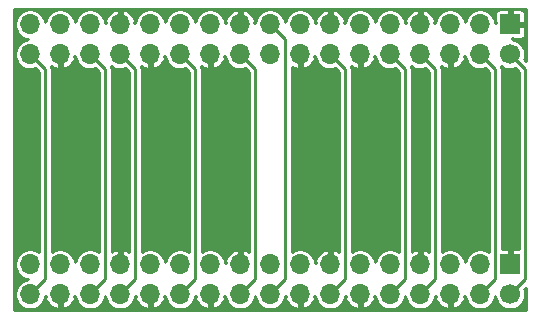
<source format=gbr>
%TF.GenerationSoftware,KiCad,Pcbnew,(5.1.6)-1*%
%TF.CreationDate,2022-09-20T10:12:05-04:00*%
%TF.ProjectId,3dfx-sli-1slot,33646678-2d73-46c6-992d-31736c6f742e,rev?*%
%TF.SameCoordinates,Original*%
%TF.FileFunction,Copper,L2,Inr*%
%TF.FilePolarity,Positive*%
%FSLAX46Y46*%
G04 Gerber Fmt 4.6, Leading zero omitted, Abs format (unit mm)*
G04 Created by KiCad (PCBNEW (5.1.6)-1) date 2022-09-20 10:12:05*
%MOMM*%
%LPD*%
G01*
G04 APERTURE LIST*
%TA.AperFunction,ViaPad*%
%ADD10C,1.700000*%
%TD*%
%TA.AperFunction,ViaPad*%
%ADD11R,1.700000X1.700000*%
%TD*%
%TA.AperFunction,ViaPad*%
%ADD12O,1.700000X1.700000*%
%TD*%
%TA.AperFunction,Conductor*%
%ADD13C,0.250000*%
%TD*%
%TA.AperFunction,Conductor*%
%ADD14C,0.254000*%
%TD*%
G04 APERTURE END LIST*
D10*
%TO.N,2*%
%TO.C,J1*%
X171958000Y-109601000D03*
D11*
%TO.N,GND*%
X171958000Y-107061000D03*
D12*
%TO.N,4*%
X169418000Y-109601000D03*
%TO.N,3*%
X169418000Y-107061000D03*
%TO.N,GND*%
X166878000Y-109601000D03*
%TO.N,5*%
X166878000Y-107061000D03*
%TO.N,8*%
X164338000Y-109601000D03*
%TO.N,GND*%
X164338000Y-107061000D03*
%TO.N,10*%
X161798000Y-109601000D03*
%TO.N,9*%
X161798000Y-107061000D03*
%TO.N,GND*%
X159258000Y-109601000D03*
%TO.N,11*%
X159258000Y-107061000D03*
%TO.N,14*%
X156718000Y-109601000D03*
%TO.N,GND*%
X156718000Y-107061000D03*
X154178000Y-109601000D03*
%TO.N,15*%
X154178000Y-107061000D03*
%TO.N,18*%
X151638000Y-109601000D03*
%TO.N,17*%
X151638000Y-107061000D03*
%TO.N,20*%
X149098000Y-109601000D03*
%TO.N,GND*%
X149098000Y-107061000D03*
X146558000Y-109601000D03*
%TO.N,21*%
X146558000Y-107061000D03*
%TO.N,24*%
X144018000Y-109601000D03*
%TO.N,23*%
X144018000Y-107061000D03*
%TO.N,GND*%
X141478000Y-109601000D03*
%TO.N,25*%
X141478000Y-107061000D03*
%TO.N,28*%
X138938000Y-109601000D03*
%TO.N,GND*%
X138938000Y-107061000D03*
%TO.N,30*%
X136398000Y-109601000D03*
%TO.N,29*%
X136398000Y-107061000D03*
%TO.N,GND*%
X133858000Y-109601000D03*
%TO.N,31*%
X133858000Y-107061000D03*
%TO.N,34*%
X131318000Y-109601000D03*
%TO.N,33*%
X131318000Y-107061000D03*
%TD*%
%TO.N,33*%
%TO.C,J2*%
X131318000Y-86741000D03*
%TO.N,34*%
X131318000Y-89281000D03*
%TO.N,31*%
X133858000Y-86741000D03*
%TO.N,GND*%
X133858000Y-89281000D03*
%TO.N,29*%
X136398000Y-86741000D03*
%TO.N,30*%
X136398000Y-89281000D03*
%TO.N,GND*%
X138938000Y-86741000D03*
%TO.N,28*%
X138938000Y-89281000D03*
%TO.N,25*%
X141478000Y-86741000D03*
%TO.N,GND*%
X141478000Y-89281000D03*
%TO.N,23*%
X144018000Y-86741000D03*
%TO.N,24*%
X144018000Y-89281000D03*
%TO.N,21*%
X146558000Y-86741000D03*
%TO.N,GND*%
X146558000Y-89281000D03*
X149098000Y-86741000D03*
%TO.N,20*%
X149098000Y-89281000D03*
%TO.N,18*%
X151638000Y-86741000D03*
%TO.N,17*%
X151638000Y-89281000D03*
%TO.N,15*%
X154178000Y-86741000D03*
%TO.N,GND*%
X154178000Y-89281000D03*
X156718000Y-86741000D03*
%TO.N,14*%
X156718000Y-89281000D03*
%TO.N,11*%
X159258000Y-86741000D03*
%TO.N,GND*%
X159258000Y-89281000D03*
%TO.N,9*%
X161798000Y-86741000D03*
%TO.N,10*%
X161798000Y-89281000D03*
%TO.N,GND*%
X164338000Y-86741000D03*
%TO.N,8*%
X164338000Y-89281000D03*
%TO.N,5*%
X166878000Y-86741000D03*
%TO.N,GND*%
X166878000Y-89281000D03*
%TO.N,3*%
X169418000Y-86741000D03*
%TO.N,4*%
X169418000Y-89281000D03*
D11*
%TO.N,GND*%
X171958000Y-86741000D03*
D10*
%TO.N,2*%
X171958000Y-89281000D03*
%TD*%
D13*
%TO.N,2*%
X171958000Y-89281000D02*
X173228000Y-90551000D01*
X173228000Y-108331000D02*
X171958000Y-109601000D01*
X173228000Y-90551000D02*
X173228000Y-108331000D01*
%TO.N,4*%
X170688000Y-108331000D02*
X169418000Y-109601000D01*
X169418000Y-89281000D02*
X170688000Y-90551000D01*
X170688000Y-90551000D02*
X170688000Y-108331000D01*
%TO.N,8*%
X164338000Y-109601000D02*
X165608000Y-108331000D01*
X165608000Y-90551000D02*
X164338000Y-89281000D01*
X165608000Y-108331000D02*
X165608000Y-90551000D01*
%TO.N,10*%
X161798000Y-109601000D02*
X163068000Y-108331000D01*
X163068000Y-90551000D02*
X161798000Y-89281000D01*
X163068000Y-108331000D02*
X163068000Y-90551000D01*
%TO.N,14*%
X156718000Y-109601000D02*
X157988000Y-108331000D01*
X157988000Y-90551000D02*
X156718000Y-89281000D01*
X157988000Y-108331000D02*
X157988000Y-90551000D01*
%TO.N,18*%
X151638000Y-109601000D02*
X152908000Y-108331000D01*
X152908000Y-88011000D02*
X151638000Y-86741000D01*
X152908000Y-108331000D02*
X152908000Y-88011000D01*
%TO.N,20*%
X149098000Y-109601000D02*
X150368000Y-108331000D01*
X150368000Y-90551000D02*
X149098000Y-89281000D01*
X150368000Y-108331000D02*
X150368000Y-90551000D01*
%TO.N,24*%
X144018000Y-109601000D02*
X145288000Y-108331000D01*
X145288000Y-90551000D02*
X144018000Y-89281000D01*
X145288000Y-108331000D02*
X145288000Y-90551000D01*
%TO.N,28*%
X138938000Y-109601000D02*
X140208000Y-108331000D01*
X140208000Y-90551000D02*
X138938000Y-89281000D01*
X140208000Y-108331000D02*
X140208000Y-90551000D01*
%TO.N,30*%
X136398000Y-109601000D02*
X137668000Y-108331000D01*
X137668000Y-90551000D02*
X136398000Y-89281000D01*
X137668000Y-108331000D02*
X137668000Y-90551000D01*
%TO.N,34*%
X131318000Y-109601000D02*
X132588000Y-108331000D01*
X132588000Y-90551000D02*
X131318000Y-89281000D01*
X132588000Y-108331000D02*
X132588000Y-90551000D01*
%TD*%
D14*
%TO.N,GND*%
G36*
X173284000Y-89826355D02*
G01*
X173164019Y-89706374D01*
X173185926Y-89653487D01*
X173235000Y-89406774D01*
X173235000Y-89155226D01*
X173185926Y-88908513D01*
X173089663Y-88676114D01*
X172949911Y-88466960D01*
X172772040Y-88289089D01*
X172562886Y-88149337D01*
X172330487Y-88053074D01*
X172085002Y-88004244D01*
X172085002Y-87911252D01*
X172191750Y-88018000D01*
X172808000Y-88020066D01*
X172891707Y-88011822D01*
X172972196Y-87987405D01*
X173046376Y-87947755D01*
X173111395Y-87894395D01*
X173164755Y-87829376D01*
X173204405Y-87755196D01*
X173228822Y-87674707D01*
X173237066Y-87591000D01*
X173235000Y-86974750D01*
X173128250Y-86868000D01*
X172085000Y-86868000D01*
X172085000Y-86888000D01*
X171831000Y-86888000D01*
X171831000Y-86868000D01*
X171811000Y-86868000D01*
X171811000Y-86614000D01*
X171831000Y-86614000D01*
X171831000Y-85570750D01*
X172085000Y-85570750D01*
X172085000Y-86614000D01*
X173128250Y-86614000D01*
X173235000Y-86507250D01*
X173237066Y-85891000D01*
X173228822Y-85807293D01*
X173204405Y-85726804D01*
X173164755Y-85652624D01*
X173111395Y-85587605D01*
X173046376Y-85534245D01*
X172972196Y-85494595D01*
X172891707Y-85470178D01*
X172808000Y-85461934D01*
X172191750Y-85464000D01*
X172085000Y-85570750D01*
X171831000Y-85570750D01*
X171724250Y-85464000D01*
X171108000Y-85461934D01*
X171024293Y-85470178D01*
X170943804Y-85494595D01*
X170869624Y-85534245D01*
X170804605Y-85587605D01*
X170751245Y-85652624D01*
X170711595Y-85726804D01*
X170687178Y-85807293D01*
X170678934Y-85891000D01*
X170681000Y-86507250D01*
X170787748Y-86613998D01*
X170694756Y-86613998D01*
X170645926Y-86368513D01*
X170549663Y-86136114D01*
X170409911Y-85926960D01*
X170232040Y-85749089D01*
X170022886Y-85609337D01*
X169790487Y-85513074D01*
X169543774Y-85464000D01*
X169292226Y-85464000D01*
X169045513Y-85513074D01*
X168813114Y-85609337D01*
X168603960Y-85749089D01*
X168426089Y-85926960D01*
X168286337Y-86136114D01*
X168190074Y-86368513D01*
X168148000Y-86580034D01*
X168105926Y-86368513D01*
X168009663Y-86136114D01*
X167869911Y-85926960D01*
X167692040Y-85749089D01*
X167482886Y-85609337D01*
X167250487Y-85513074D01*
X167003774Y-85464000D01*
X166752226Y-85464000D01*
X166505513Y-85513074D01*
X166273114Y-85609337D01*
X166063960Y-85749089D01*
X165886089Y-85926960D01*
X165746337Y-86136114D01*
X165650074Y-86368513D01*
X165601244Y-86613998D01*
X165501926Y-86613998D01*
X165573164Y-86416786D01*
X165486180Y-86182047D01*
X165355072Y-85968788D01*
X165184878Y-85785205D01*
X164982139Y-85638353D01*
X164754646Y-85533875D01*
X164662213Y-85505842D01*
X164465000Y-85577662D01*
X164465000Y-86614000D01*
X164485000Y-86614000D01*
X164485000Y-86868000D01*
X164465000Y-86868000D01*
X164465000Y-86888000D01*
X164211000Y-86888000D01*
X164211000Y-86868000D01*
X164191000Y-86868000D01*
X164191000Y-86614000D01*
X164211000Y-86614000D01*
X164211000Y-85577662D01*
X164013787Y-85505842D01*
X163921354Y-85533875D01*
X163693861Y-85638353D01*
X163491122Y-85785205D01*
X163320928Y-85968788D01*
X163189820Y-86182047D01*
X163102836Y-86416786D01*
X163174074Y-86613998D01*
X163074756Y-86613998D01*
X163025926Y-86368513D01*
X162929663Y-86136114D01*
X162789911Y-85926960D01*
X162612040Y-85749089D01*
X162402886Y-85609337D01*
X162170487Y-85513074D01*
X161923774Y-85464000D01*
X161672226Y-85464000D01*
X161425513Y-85513074D01*
X161193114Y-85609337D01*
X160983960Y-85749089D01*
X160806089Y-85926960D01*
X160666337Y-86136114D01*
X160570074Y-86368513D01*
X160528000Y-86580034D01*
X160485926Y-86368513D01*
X160389663Y-86136114D01*
X160249911Y-85926960D01*
X160072040Y-85749089D01*
X159862886Y-85609337D01*
X159630487Y-85513074D01*
X159383774Y-85464000D01*
X159132226Y-85464000D01*
X158885513Y-85513074D01*
X158653114Y-85609337D01*
X158443960Y-85749089D01*
X158266089Y-85926960D01*
X158126337Y-86136114D01*
X158030074Y-86368513D01*
X157981244Y-86613998D01*
X157881926Y-86613998D01*
X157953164Y-86416786D01*
X157866180Y-86182047D01*
X157735072Y-85968788D01*
X157564878Y-85785205D01*
X157362139Y-85638353D01*
X157134646Y-85533875D01*
X157042213Y-85505842D01*
X156845000Y-85577662D01*
X156845000Y-86614000D01*
X156865000Y-86614000D01*
X156865000Y-86868000D01*
X156845000Y-86868000D01*
X156845000Y-86888000D01*
X156591000Y-86888000D01*
X156591000Y-86868000D01*
X156571000Y-86868000D01*
X156571000Y-86614000D01*
X156591000Y-86614000D01*
X156591000Y-85577662D01*
X156393787Y-85505842D01*
X156301354Y-85533875D01*
X156073861Y-85638353D01*
X155871122Y-85785205D01*
X155700928Y-85968788D01*
X155569820Y-86182047D01*
X155482836Y-86416786D01*
X155554074Y-86613998D01*
X155454756Y-86613998D01*
X155405926Y-86368513D01*
X155309663Y-86136114D01*
X155169911Y-85926960D01*
X154992040Y-85749089D01*
X154782886Y-85609337D01*
X154550487Y-85513074D01*
X154303774Y-85464000D01*
X154052226Y-85464000D01*
X153805513Y-85513074D01*
X153573114Y-85609337D01*
X153363960Y-85749089D01*
X153186089Y-85926960D01*
X153046337Y-86136114D01*
X152950074Y-86368513D01*
X152908000Y-86580034D01*
X152865926Y-86368513D01*
X152769663Y-86136114D01*
X152629911Y-85926960D01*
X152452040Y-85749089D01*
X152242886Y-85609337D01*
X152010487Y-85513074D01*
X151763774Y-85464000D01*
X151512226Y-85464000D01*
X151265513Y-85513074D01*
X151033114Y-85609337D01*
X150823960Y-85749089D01*
X150646089Y-85926960D01*
X150506337Y-86136114D01*
X150410074Y-86368513D01*
X150361244Y-86613998D01*
X150261926Y-86613998D01*
X150333164Y-86416786D01*
X150246180Y-86182047D01*
X150115072Y-85968788D01*
X149944878Y-85785205D01*
X149742139Y-85638353D01*
X149514646Y-85533875D01*
X149422213Y-85505842D01*
X149225000Y-85577662D01*
X149225000Y-86614000D01*
X149245000Y-86614000D01*
X149245000Y-86868000D01*
X149225000Y-86868000D01*
X149225000Y-86888000D01*
X148971000Y-86888000D01*
X148971000Y-86868000D01*
X148951000Y-86868000D01*
X148951000Y-86614000D01*
X148971000Y-86614000D01*
X148971000Y-85577662D01*
X148773787Y-85505842D01*
X148681354Y-85533875D01*
X148453861Y-85638353D01*
X148251122Y-85785205D01*
X148080928Y-85968788D01*
X147949820Y-86182047D01*
X147862836Y-86416786D01*
X147934074Y-86613998D01*
X147834756Y-86613998D01*
X147785926Y-86368513D01*
X147689663Y-86136114D01*
X147549911Y-85926960D01*
X147372040Y-85749089D01*
X147162886Y-85609337D01*
X146930487Y-85513074D01*
X146683774Y-85464000D01*
X146432226Y-85464000D01*
X146185513Y-85513074D01*
X145953114Y-85609337D01*
X145743960Y-85749089D01*
X145566089Y-85926960D01*
X145426337Y-86136114D01*
X145330074Y-86368513D01*
X145288000Y-86580034D01*
X145245926Y-86368513D01*
X145149663Y-86136114D01*
X145009911Y-85926960D01*
X144832040Y-85749089D01*
X144622886Y-85609337D01*
X144390487Y-85513074D01*
X144143774Y-85464000D01*
X143892226Y-85464000D01*
X143645513Y-85513074D01*
X143413114Y-85609337D01*
X143203960Y-85749089D01*
X143026089Y-85926960D01*
X142886337Y-86136114D01*
X142790074Y-86368513D01*
X142748000Y-86580034D01*
X142705926Y-86368513D01*
X142609663Y-86136114D01*
X142469911Y-85926960D01*
X142292040Y-85749089D01*
X142082886Y-85609337D01*
X141850487Y-85513074D01*
X141603774Y-85464000D01*
X141352226Y-85464000D01*
X141105513Y-85513074D01*
X140873114Y-85609337D01*
X140663960Y-85749089D01*
X140486089Y-85926960D01*
X140346337Y-86136114D01*
X140250074Y-86368513D01*
X140201244Y-86613998D01*
X140101926Y-86613998D01*
X140173164Y-86416786D01*
X140086180Y-86182047D01*
X139955072Y-85968788D01*
X139784878Y-85785205D01*
X139582139Y-85638353D01*
X139354646Y-85533875D01*
X139262213Y-85505842D01*
X139065000Y-85577662D01*
X139065000Y-86614000D01*
X139085000Y-86614000D01*
X139085000Y-86868000D01*
X139065000Y-86868000D01*
X139065000Y-86888000D01*
X138811000Y-86888000D01*
X138811000Y-86868000D01*
X138791000Y-86868000D01*
X138791000Y-86614000D01*
X138811000Y-86614000D01*
X138811000Y-85577662D01*
X138613787Y-85505842D01*
X138521354Y-85533875D01*
X138293861Y-85638353D01*
X138091122Y-85785205D01*
X137920928Y-85968788D01*
X137789820Y-86182047D01*
X137702836Y-86416786D01*
X137774074Y-86613998D01*
X137674756Y-86613998D01*
X137625926Y-86368513D01*
X137529663Y-86136114D01*
X137389911Y-85926960D01*
X137212040Y-85749089D01*
X137002886Y-85609337D01*
X136770487Y-85513074D01*
X136523774Y-85464000D01*
X136272226Y-85464000D01*
X136025513Y-85513074D01*
X135793114Y-85609337D01*
X135583960Y-85749089D01*
X135406089Y-85926960D01*
X135266337Y-86136114D01*
X135170074Y-86368513D01*
X135128000Y-86580034D01*
X135085926Y-86368513D01*
X134989663Y-86136114D01*
X134849911Y-85926960D01*
X134672040Y-85749089D01*
X134462886Y-85609337D01*
X134230487Y-85513074D01*
X133983774Y-85464000D01*
X133732226Y-85464000D01*
X133485513Y-85513074D01*
X133253114Y-85609337D01*
X133043960Y-85749089D01*
X132866089Y-85926960D01*
X132726337Y-86136114D01*
X132630074Y-86368513D01*
X132588000Y-86580034D01*
X132545926Y-86368513D01*
X132449663Y-86136114D01*
X132309911Y-85926960D01*
X132132040Y-85749089D01*
X131922886Y-85609337D01*
X131690487Y-85513074D01*
X131443774Y-85464000D01*
X131192226Y-85464000D01*
X130945513Y-85513074D01*
X130713114Y-85609337D01*
X130503960Y-85749089D01*
X130326089Y-85926960D01*
X130186337Y-86136114D01*
X130090074Y-86368513D01*
X130041000Y-86615226D01*
X130041000Y-86866774D01*
X130090074Y-87113487D01*
X130186337Y-87345886D01*
X130326089Y-87555040D01*
X130503960Y-87732911D01*
X130713114Y-87872663D01*
X130945513Y-87968926D01*
X131157034Y-88011000D01*
X130945513Y-88053074D01*
X130713114Y-88149337D01*
X130503960Y-88289089D01*
X130326089Y-88466960D01*
X130186337Y-88676114D01*
X130090074Y-88908513D01*
X130041000Y-89155226D01*
X130041000Y-89406774D01*
X130090074Y-89653487D01*
X130186337Y-89885886D01*
X130326089Y-90095040D01*
X130503960Y-90272911D01*
X130713114Y-90412663D01*
X130945513Y-90508926D01*
X131192226Y-90558000D01*
X131443774Y-90558000D01*
X131690487Y-90508926D01*
X131743374Y-90487019D01*
X132036001Y-90779647D01*
X132036000Y-106004917D01*
X131922886Y-105929337D01*
X131690487Y-105833074D01*
X131443774Y-105784000D01*
X131192226Y-105784000D01*
X130945513Y-105833074D01*
X130713114Y-105929337D01*
X130503960Y-106069089D01*
X130326089Y-106246960D01*
X130186337Y-106456114D01*
X130090074Y-106688513D01*
X130041000Y-106935226D01*
X130041000Y-107186774D01*
X130090074Y-107433487D01*
X130186337Y-107665886D01*
X130326089Y-107875040D01*
X130503960Y-108052911D01*
X130713114Y-108192663D01*
X130945513Y-108288926D01*
X131157034Y-108331000D01*
X130945513Y-108373074D01*
X130713114Y-108469337D01*
X130503960Y-108609089D01*
X130326089Y-108786960D01*
X130186337Y-108996114D01*
X130090074Y-109228513D01*
X130041000Y-109475226D01*
X130041000Y-109726774D01*
X130090074Y-109973487D01*
X130186337Y-110205886D01*
X130326089Y-110415040D01*
X130503960Y-110592911D01*
X130713114Y-110732663D01*
X130945513Y-110828926D01*
X131192226Y-110878000D01*
X131443774Y-110878000D01*
X131690487Y-110828926D01*
X131922886Y-110732663D01*
X132132040Y-110592911D01*
X132309911Y-110415040D01*
X132449663Y-110205886D01*
X132545926Y-109973487D01*
X132594756Y-109728002D01*
X132694074Y-109728002D01*
X132622836Y-109925214D01*
X132709820Y-110159953D01*
X132840928Y-110373212D01*
X133011122Y-110556795D01*
X133213861Y-110703647D01*
X133441354Y-110808125D01*
X133533787Y-110836158D01*
X133731000Y-110764338D01*
X133731000Y-109728000D01*
X133711000Y-109728000D01*
X133711000Y-109474000D01*
X133731000Y-109474000D01*
X133731000Y-109454000D01*
X133985000Y-109454000D01*
X133985000Y-109474000D01*
X134005000Y-109474000D01*
X134005000Y-109728000D01*
X133985000Y-109728000D01*
X133985000Y-110764338D01*
X134182213Y-110836158D01*
X134274646Y-110808125D01*
X134502139Y-110703647D01*
X134704878Y-110556795D01*
X134875072Y-110373212D01*
X135006180Y-110159953D01*
X135093164Y-109925214D01*
X135021926Y-109728002D01*
X135121244Y-109728002D01*
X135170074Y-109973487D01*
X135266337Y-110205886D01*
X135406089Y-110415040D01*
X135583960Y-110592911D01*
X135793114Y-110732663D01*
X136025513Y-110828926D01*
X136272226Y-110878000D01*
X136523774Y-110878000D01*
X136770487Y-110828926D01*
X137002886Y-110732663D01*
X137212040Y-110592911D01*
X137389911Y-110415040D01*
X137529663Y-110205886D01*
X137625926Y-109973487D01*
X137668000Y-109761966D01*
X137710074Y-109973487D01*
X137806337Y-110205886D01*
X137946089Y-110415040D01*
X138123960Y-110592911D01*
X138333114Y-110732663D01*
X138565513Y-110828926D01*
X138812226Y-110878000D01*
X139063774Y-110878000D01*
X139310487Y-110828926D01*
X139542886Y-110732663D01*
X139752040Y-110592911D01*
X139929911Y-110415040D01*
X140069663Y-110205886D01*
X140165926Y-109973487D01*
X140214756Y-109728002D01*
X140314074Y-109728002D01*
X140242836Y-109925214D01*
X140329820Y-110159953D01*
X140460928Y-110373212D01*
X140631122Y-110556795D01*
X140833861Y-110703647D01*
X141061354Y-110808125D01*
X141153787Y-110836158D01*
X141351000Y-110764338D01*
X141351000Y-109728000D01*
X141331000Y-109728000D01*
X141331000Y-109474000D01*
X141351000Y-109474000D01*
X141351000Y-109454000D01*
X141605000Y-109454000D01*
X141605000Y-109474000D01*
X141625000Y-109474000D01*
X141625000Y-109728000D01*
X141605000Y-109728000D01*
X141605000Y-110764338D01*
X141802213Y-110836158D01*
X141894646Y-110808125D01*
X142122139Y-110703647D01*
X142324878Y-110556795D01*
X142495072Y-110373212D01*
X142626180Y-110159953D01*
X142713164Y-109925214D01*
X142641926Y-109728002D01*
X142741244Y-109728002D01*
X142790074Y-109973487D01*
X142886337Y-110205886D01*
X143026089Y-110415040D01*
X143203960Y-110592911D01*
X143413114Y-110732663D01*
X143645513Y-110828926D01*
X143892226Y-110878000D01*
X144143774Y-110878000D01*
X144390487Y-110828926D01*
X144622886Y-110732663D01*
X144832040Y-110592911D01*
X145009911Y-110415040D01*
X145149663Y-110205886D01*
X145245926Y-109973487D01*
X145294756Y-109728002D01*
X145394074Y-109728002D01*
X145322836Y-109925214D01*
X145409820Y-110159953D01*
X145540928Y-110373212D01*
X145711122Y-110556795D01*
X145913861Y-110703647D01*
X146141354Y-110808125D01*
X146233787Y-110836158D01*
X146431000Y-110764338D01*
X146431000Y-109728000D01*
X146411000Y-109728000D01*
X146411000Y-109474000D01*
X146431000Y-109474000D01*
X146431000Y-109454000D01*
X146685000Y-109454000D01*
X146685000Y-109474000D01*
X146705000Y-109474000D01*
X146705000Y-109728000D01*
X146685000Y-109728000D01*
X146685000Y-110764338D01*
X146882213Y-110836158D01*
X146974646Y-110808125D01*
X147202139Y-110703647D01*
X147404878Y-110556795D01*
X147575072Y-110373212D01*
X147706180Y-110159953D01*
X147793164Y-109925214D01*
X147721926Y-109728002D01*
X147821244Y-109728002D01*
X147870074Y-109973487D01*
X147966337Y-110205886D01*
X148106089Y-110415040D01*
X148283960Y-110592911D01*
X148493114Y-110732663D01*
X148725513Y-110828926D01*
X148972226Y-110878000D01*
X149223774Y-110878000D01*
X149470487Y-110828926D01*
X149702886Y-110732663D01*
X149912040Y-110592911D01*
X150089911Y-110415040D01*
X150229663Y-110205886D01*
X150325926Y-109973487D01*
X150368000Y-109761966D01*
X150410074Y-109973487D01*
X150506337Y-110205886D01*
X150646089Y-110415040D01*
X150823960Y-110592911D01*
X151033114Y-110732663D01*
X151265513Y-110828926D01*
X151512226Y-110878000D01*
X151763774Y-110878000D01*
X152010487Y-110828926D01*
X152242886Y-110732663D01*
X152452040Y-110592911D01*
X152629911Y-110415040D01*
X152769663Y-110205886D01*
X152865926Y-109973487D01*
X152914756Y-109728002D01*
X153014074Y-109728002D01*
X152942836Y-109925214D01*
X153029820Y-110159953D01*
X153160928Y-110373212D01*
X153331122Y-110556795D01*
X153533861Y-110703647D01*
X153761354Y-110808125D01*
X153853787Y-110836158D01*
X154051000Y-110764338D01*
X154051000Y-109728000D01*
X154031000Y-109728000D01*
X154031000Y-109474000D01*
X154051000Y-109474000D01*
X154051000Y-109454000D01*
X154305000Y-109454000D01*
X154305000Y-109474000D01*
X154325000Y-109474000D01*
X154325000Y-109728000D01*
X154305000Y-109728000D01*
X154305000Y-110764338D01*
X154502213Y-110836158D01*
X154594646Y-110808125D01*
X154822139Y-110703647D01*
X155024878Y-110556795D01*
X155195072Y-110373212D01*
X155326180Y-110159953D01*
X155413164Y-109925214D01*
X155341926Y-109728002D01*
X155441244Y-109728002D01*
X155490074Y-109973487D01*
X155586337Y-110205886D01*
X155726089Y-110415040D01*
X155903960Y-110592911D01*
X156113114Y-110732663D01*
X156345513Y-110828926D01*
X156592226Y-110878000D01*
X156843774Y-110878000D01*
X157090487Y-110828926D01*
X157322886Y-110732663D01*
X157532040Y-110592911D01*
X157709911Y-110415040D01*
X157849663Y-110205886D01*
X157945926Y-109973487D01*
X157994756Y-109728002D01*
X158094074Y-109728002D01*
X158022836Y-109925214D01*
X158109820Y-110159953D01*
X158240928Y-110373212D01*
X158411122Y-110556795D01*
X158613861Y-110703647D01*
X158841354Y-110808125D01*
X158933787Y-110836158D01*
X159131000Y-110764338D01*
X159131000Y-109728000D01*
X159111000Y-109728000D01*
X159111000Y-109474000D01*
X159131000Y-109474000D01*
X159131000Y-109454000D01*
X159385000Y-109454000D01*
X159385000Y-109474000D01*
X159405000Y-109474000D01*
X159405000Y-109728000D01*
X159385000Y-109728000D01*
X159385000Y-110764338D01*
X159582213Y-110836158D01*
X159674646Y-110808125D01*
X159902139Y-110703647D01*
X160104878Y-110556795D01*
X160275072Y-110373212D01*
X160406180Y-110159953D01*
X160493164Y-109925214D01*
X160421926Y-109728002D01*
X160521244Y-109728002D01*
X160570074Y-109973487D01*
X160666337Y-110205886D01*
X160806089Y-110415040D01*
X160983960Y-110592911D01*
X161193114Y-110732663D01*
X161425513Y-110828926D01*
X161672226Y-110878000D01*
X161923774Y-110878000D01*
X162170487Y-110828926D01*
X162402886Y-110732663D01*
X162612040Y-110592911D01*
X162789911Y-110415040D01*
X162929663Y-110205886D01*
X163025926Y-109973487D01*
X163068000Y-109761966D01*
X163110074Y-109973487D01*
X163206337Y-110205886D01*
X163346089Y-110415040D01*
X163523960Y-110592911D01*
X163733114Y-110732663D01*
X163965513Y-110828926D01*
X164212226Y-110878000D01*
X164463774Y-110878000D01*
X164710487Y-110828926D01*
X164942886Y-110732663D01*
X165152040Y-110592911D01*
X165329911Y-110415040D01*
X165469663Y-110205886D01*
X165565926Y-109973487D01*
X165614756Y-109728002D01*
X165714074Y-109728002D01*
X165642836Y-109925214D01*
X165729820Y-110159953D01*
X165860928Y-110373212D01*
X166031122Y-110556795D01*
X166233861Y-110703647D01*
X166461354Y-110808125D01*
X166553787Y-110836158D01*
X166751000Y-110764338D01*
X166751000Y-109728000D01*
X166731000Y-109728000D01*
X166731000Y-109474000D01*
X166751000Y-109474000D01*
X166751000Y-109454000D01*
X167005000Y-109454000D01*
X167005000Y-109474000D01*
X167025000Y-109474000D01*
X167025000Y-109728000D01*
X167005000Y-109728000D01*
X167005000Y-110764338D01*
X167202213Y-110836158D01*
X167294646Y-110808125D01*
X167522139Y-110703647D01*
X167724878Y-110556795D01*
X167895072Y-110373212D01*
X168026180Y-110159953D01*
X168113164Y-109925214D01*
X168041926Y-109728002D01*
X168141244Y-109728002D01*
X168190074Y-109973487D01*
X168286337Y-110205886D01*
X168426089Y-110415040D01*
X168603960Y-110592911D01*
X168813114Y-110732663D01*
X169045513Y-110828926D01*
X169292226Y-110878000D01*
X169543774Y-110878000D01*
X169790487Y-110828926D01*
X170022886Y-110732663D01*
X170232040Y-110592911D01*
X170409911Y-110415040D01*
X170549663Y-110205886D01*
X170645926Y-109973487D01*
X170688000Y-109761966D01*
X170730074Y-109973487D01*
X170826337Y-110205886D01*
X170966089Y-110415040D01*
X171143960Y-110592911D01*
X171353114Y-110732663D01*
X171585513Y-110828926D01*
X171832226Y-110878000D01*
X172083774Y-110878000D01*
X172330487Y-110828926D01*
X172562886Y-110732663D01*
X172772040Y-110592911D01*
X172949911Y-110415040D01*
X173089663Y-110205886D01*
X173185926Y-109973487D01*
X173235000Y-109726774D01*
X173235000Y-109475226D01*
X173185926Y-109228513D01*
X173164019Y-109175626D01*
X173284001Y-109055645D01*
X173284001Y-110927000D01*
X129992000Y-110927000D01*
X129992000Y-85415000D01*
X173284000Y-85415000D01*
X173284000Y-89826355D01*
G37*
X173284000Y-89826355D02*
X173164019Y-89706374D01*
X173185926Y-89653487D01*
X173235000Y-89406774D01*
X173235000Y-89155226D01*
X173185926Y-88908513D01*
X173089663Y-88676114D01*
X172949911Y-88466960D01*
X172772040Y-88289089D01*
X172562886Y-88149337D01*
X172330487Y-88053074D01*
X172085002Y-88004244D01*
X172085002Y-87911252D01*
X172191750Y-88018000D01*
X172808000Y-88020066D01*
X172891707Y-88011822D01*
X172972196Y-87987405D01*
X173046376Y-87947755D01*
X173111395Y-87894395D01*
X173164755Y-87829376D01*
X173204405Y-87755196D01*
X173228822Y-87674707D01*
X173237066Y-87591000D01*
X173235000Y-86974750D01*
X173128250Y-86868000D01*
X172085000Y-86868000D01*
X172085000Y-86888000D01*
X171831000Y-86888000D01*
X171831000Y-86868000D01*
X171811000Y-86868000D01*
X171811000Y-86614000D01*
X171831000Y-86614000D01*
X171831000Y-85570750D01*
X172085000Y-85570750D01*
X172085000Y-86614000D01*
X173128250Y-86614000D01*
X173235000Y-86507250D01*
X173237066Y-85891000D01*
X173228822Y-85807293D01*
X173204405Y-85726804D01*
X173164755Y-85652624D01*
X173111395Y-85587605D01*
X173046376Y-85534245D01*
X172972196Y-85494595D01*
X172891707Y-85470178D01*
X172808000Y-85461934D01*
X172191750Y-85464000D01*
X172085000Y-85570750D01*
X171831000Y-85570750D01*
X171724250Y-85464000D01*
X171108000Y-85461934D01*
X171024293Y-85470178D01*
X170943804Y-85494595D01*
X170869624Y-85534245D01*
X170804605Y-85587605D01*
X170751245Y-85652624D01*
X170711595Y-85726804D01*
X170687178Y-85807293D01*
X170678934Y-85891000D01*
X170681000Y-86507250D01*
X170787748Y-86613998D01*
X170694756Y-86613998D01*
X170645926Y-86368513D01*
X170549663Y-86136114D01*
X170409911Y-85926960D01*
X170232040Y-85749089D01*
X170022886Y-85609337D01*
X169790487Y-85513074D01*
X169543774Y-85464000D01*
X169292226Y-85464000D01*
X169045513Y-85513074D01*
X168813114Y-85609337D01*
X168603960Y-85749089D01*
X168426089Y-85926960D01*
X168286337Y-86136114D01*
X168190074Y-86368513D01*
X168148000Y-86580034D01*
X168105926Y-86368513D01*
X168009663Y-86136114D01*
X167869911Y-85926960D01*
X167692040Y-85749089D01*
X167482886Y-85609337D01*
X167250487Y-85513074D01*
X167003774Y-85464000D01*
X166752226Y-85464000D01*
X166505513Y-85513074D01*
X166273114Y-85609337D01*
X166063960Y-85749089D01*
X165886089Y-85926960D01*
X165746337Y-86136114D01*
X165650074Y-86368513D01*
X165601244Y-86613998D01*
X165501926Y-86613998D01*
X165573164Y-86416786D01*
X165486180Y-86182047D01*
X165355072Y-85968788D01*
X165184878Y-85785205D01*
X164982139Y-85638353D01*
X164754646Y-85533875D01*
X164662213Y-85505842D01*
X164465000Y-85577662D01*
X164465000Y-86614000D01*
X164485000Y-86614000D01*
X164485000Y-86868000D01*
X164465000Y-86868000D01*
X164465000Y-86888000D01*
X164211000Y-86888000D01*
X164211000Y-86868000D01*
X164191000Y-86868000D01*
X164191000Y-86614000D01*
X164211000Y-86614000D01*
X164211000Y-85577662D01*
X164013787Y-85505842D01*
X163921354Y-85533875D01*
X163693861Y-85638353D01*
X163491122Y-85785205D01*
X163320928Y-85968788D01*
X163189820Y-86182047D01*
X163102836Y-86416786D01*
X163174074Y-86613998D01*
X163074756Y-86613998D01*
X163025926Y-86368513D01*
X162929663Y-86136114D01*
X162789911Y-85926960D01*
X162612040Y-85749089D01*
X162402886Y-85609337D01*
X162170487Y-85513074D01*
X161923774Y-85464000D01*
X161672226Y-85464000D01*
X161425513Y-85513074D01*
X161193114Y-85609337D01*
X160983960Y-85749089D01*
X160806089Y-85926960D01*
X160666337Y-86136114D01*
X160570074Y-86368513D01*
X160528000Y-86580034D01*
X160485926Y-86368513D01*
X160389663Y-86136114D01*
X160249911Y-85926960D01*
X160072040Y-85749089D01*
X159862886Y-85609337D01*
X159630487Y-85513074D01*
X159383774Y-85464000D01*
X159132226Y-85464000D01*
X158885513Y-85513074D01*
X158653114Y-85609337D01*
X158443960Y-85749089D01*
X158266089Y-85926960D01*
X158126337Y-86136114D01*
X158030074Y-86368513D01*
X157981244Y-86613998D01*
X157881926Y-86613998D01*
X157953164Y-86416786D01*
X157866180Y-86182047D01*
X157735072Y-85968788D01*
X157564878Y-85785205D01*
X157362139Y-85638353D01*
X157134646Y-85533875D01*
X157042213Y-85505842D01*
X156845000Y-85577662D01*
X156845000Y-86614000D01*
X156865000Y-86614000D01*
X156865000Y-86868000D01*
X156845000Y-86868000D01*
X156845000Y-86888000D01*
X156591000Y-86888000D01*
X156591000Y-86868000D01*
X156571000Y-86868000D01*
X156571000Y-86614000D01*
X156591000Y-86614000D01*
X156591000Y-85577662D01*
X156393787Y-85505842D01*
X156301354Y-85533875D01*
X156073861Y-85638353D01*
X155871122Y-85785205D01*
X155700928Y-85968788D01*
X155569820Y-86182047D01*
X155482836Y-86416786D01*
X155554074Y-86613998D01*
X155454756Y-86613998D01*
X155405926Y-86368513D01*
X155309663Y-86136114D01*
X155169911Y-85926960D01*
X154992040Y-85749089D01*
X154782886Y-85609337D01*
X154550487Y-85513074D01*
X154303774Y-85464000D01*
X154052226Y-85464000D01*
X153805513Y-85513074D01*
X153573114Y-85609337D01*
X153363960Y-85749089D01*
X153186089Y-85926960D01*
X153046337Y-86136114D01*
X152950074Y-86368513D01*
X152908000Y-86580034D01*
X152865926Y-86368513D01*
X152769663Y-86136114D01*
X152629911Y-85926960D01*
X152452040Y-85749089D01*
X152242886Y-85609337D01*
X152010487Y-85513074D01*
X151763774Y-85464000D01*
X151512226Y-85464000D01*
X151265513Y-85513074D01*
X151033114Y-85609337D01*
X150823960Y-85749089D01*
X150646089Y-85926960D01*
X150506337Y-86136114D01*
X150410074Y-86368513D01*
X150361244Y-86613998D01*
X150261926Y-86613998D01*
X150333164Y-86416786D01*
X150246180Y-86182047D01*
X150115072Y-85968788D01*
X149944878Y-85785205D01*
X149742139Y-85638353D01*
X149514646Y-85533875D01*
X149422213Y-85505842D01*
X149225000Y-85577662D01*
X149225000Y-86614000D01*
X149245000Y-86614000D01*
X149245000Y-86868000D01*
X149225000Y-86868000D01*
X149225000Y-86888000D01*
X148971000Y-86888000D01*
X148971000Y-86868000D01*
X148951000Y-86868000D01*
X148951000Y-86614000D01*
X148971000Y-86614000D01*
X148971000Y-85577662D01*
X148773787Y-85505842D01*
X148681354Y-85533875D01*
X148453861Y-85638353D01*
X148251122Y-85785205D01*
X148080928Y-85968788D01*
X147949820Y-86182047D01*
X147862836Y-86416786D01*
X147934074Y-86613998D01*
X147834756Y-86613998D01*
X147785926Y-86368513D01*
X147689663Y-86136114D01*
X147549911Y-85926960D01*
X147372040Y-85749089D01*
X147162886Y-85609337D01*
X146930487Y-85513074D01*
X146683774Y-85464000D01*
X146432226Y-85464000D01*
X146185513Y-85513074D01*
X145953114Y-85609337D01*
X145743960Y-85749089D01*
X145566089Y-85926960D01*
X145426337Y-86136114D01*
X145330074Y-86368513D01*
X145288000Y-86580034D01*
X145245926Y-86368513D01*
X145149663Y-86136114D01*
X145009911Y-85926960D01*
X144832040Y-85749089D01*
X144622886Y-85609337D01*
X144390487Y-85513074D01*
X144143774Y-85464000D01*
X143892226Y-85464000D01*
X143645513Y-85513074D01*
X143413114Y-85609337D01*
X143203960Y-85749089D01*
X143026089Y-85926960D01*
X142886337Y-86136114D01*
X142790074Y-86368513D01*
X142748000Y-86580034D01*
X142705926Y-86368513D01*
X142609663Y-86136114D01*
X142469911Y-85926960D01*
X142292040Y-85749089D01*
X142082886Y-85609337D01*
X141850487Y-85513074D01*
X141603774Y-85464000D01*
X141352226Y-85464000D01*
X141105513Y-85513074D01*
X140873114Y-85609337D01*
X140663960Y-85749089D01*
X140486089Y-85926960D01*
X140346337Y-86136114D01*
X140250074Y-86368513D01*
X140201244Y-86613998D01*
X140101926Y-86613998D01*
X140173164Y-86416786D01*
X140086180Y-86182047D01*
X139955072Y-85968788D01*
X139784878Y-85785205D01*
X139582139Y-85638353D01*
X139354646Y-85533875D01*
X139262213Y-85505842D01*
X139065000Y-85577662D01*
X139065000Y-86614000D01*
X139085000Y-86614000D01*
X139085000Y-86868000D01*
X139065000Y-86868000D01*
X139065000Y-86888000D01*
X138811000Y-86888000D01*
X138811000Y-86868000D01*
X138791000Y-86868000D01*
X138791000Y-86614000D01*
X138811000Y-86614000D01*
X138811000Y-85577662D01*
X138613787Y-85505842D01*
X138521354Y-85533875D01*
X138293861Y-85638353D01*
X138091122Y-85785205D01*
X137920928Y-85968788D01*
X137789820Y-86182047D01*
X137702836Y-86416786D01*
X137774074Y-86613998D01*
X137674756Y-86613998D01*
X137625926Y-86368513D01*
X137529663Y-86136114D01*
X137389911Y-85926960D01*
X137212040Y-85749089D01*
X137002886Y-85609337D01*
X136770487Y-85513074D01*
X136523774Y-85464000D01*
X136272226Y-85464000D01*
X136025513Y-85513074D01*
X135793114Y-85609337D01*
X135583960Y-85749089D01*
X135406089Y-85926960D01*
X135266337Y-86136114D01*
X135170074Y-86368513D01*
X135128000Y-86580034D01*
X135085926Y-86368513D01*
X134989663Y-86136114D01*
X134849911Y-85926960D01*
X134672040Y-85749089D01*
X134462886Y-85609337D01*
X134230487Y-85513074D01*
X133983774Y-85464000D01*
X133732226Y-85464000D01*
X133485513Y-85513074D01*
X133253114Y-85609337D01*
X133043960Y-85749089D01*
X132866089Y-85926960D01*
X132726337Y-86136114D01*
X132630074Y-86368513D01*
X132588000Y-86580034D01*
X132545926Y-86368513D01*
X132449663Y-86136114D01*
X132309911Y-85926960D01*
X132132040Y-85749089D01*
X131922886Y-85609337D01*
X131690487Y-85513074D01*
X131443774Y-85464000D01*
X131192226Y-85464000D01*
X130945513Y-85513074D01*
X130713114Y-85609337D01*
X130503960Y-85749089D01*
X130326089Y-85926960D01*
X130186337Y-86136114D01*
X130090074Y-86368513D01*
X130041000Y-86615226D01*
X130041000Y-86866774D01*
X130090074Y-87113487D01*
X130186337Y-87345886D01*
X130326089Y-87555040D01*
X130503960Y-87732911D01*
X130713114Y-87872663D01*
X130945513Y-87968926D01*
X131157034Y-88011000D01*
X130945513Y-88053074D01*
X130713114Y-88149337D01*
X130503960Y-88289089D01*
X130326089Y-88466960D01*
X130186337Y-88676114D01*
X130090074Y-88908513D01*
X130041000Y-89155226D01*
X130041000Y-89406774D01*
X130090074Y-89653487D01*
X130186337Y-89885886D01*
X130326089Y-90095040D01*
X130503960Y-90272911D01*
X130713114Y-90412663D01*
X130945513Y-90508926D01*
X131192226Y-90558000D01*
X131443774Y-90558000D01*
X131690487Y-90508926D01*
X131743374Y-90487019D01*
X132036001Y-90779647D01*
X132036000Y-106004917D01*
X131922886Y-105929337D01*
X131690487Y-105833074D01*
X131443774Y-105784000D01*
X131192226Y-105784000D01*
X130945513Y-105833074D01*
X130713114Y-105929337D01*
X130503960Y-106069089D01*
X130326089Y-106246960D01*
X130186337Y-106456114D01*
X130090074Y-106688513D01*
X130041000Y-106935226D01*
X130041000Y-107186774D01*
X130090074Y-107433487D01*
X130186337Y-107665886D01*
X130326089Y-107875040D01*
X130503960Y-108052911D01*
X130713114Y-108192663D01*
X130945513Y-108288926D01*
X131157034Y-108331000D01*
X130945513Y-108373074D01*
X130713114Y-108469337D01*
X130503960Y-108609089D01*
X130326089Y-108786960D01*
X130186337Y-108996114D01*
X130090074Y-109228513D01*
X130041000Y-109475226D01*
X130041000Y-109726774D01*
X130090074Y-109973487D01*
X130186337Y-110205886D01*
X130326089Y-110415040D01*
X130503960Y-110592911D01*
X130713114Y-110732663D01*
X130945513Y-110828926D01*
X131192226Y-110878000D01*
X131443774Y-110878000D01*
X131690487Y-110828926D01*
X131922886Y-110732663D01*
X132132040Y-110592911D01*
X132309911Y-110415040D01*
X132449663Y-110205886D01*
X132545926Y-109973487D01*
X132594756Y-109728002D01*
X132694074Y-109728002D01*
X132622836Y-109925214D01*
X132709820Y-110159953D01*
X132840928Y-110373212D01*
X133011122Y-110556795D01*
X133213861Y-110703647D01*
X133441354Y-110808125D01*
X133533787Y-110836158D01*
X133731000Y-110764338D01*
X133731000Y-109728000D01*
X133711000Y-109728000D01*
X133711000Y-109474000D01*
X133731000Y-109474000D01*
X133731000Y-109454000D01*
X133985000Y-109454000D01*
X133985000Y-109474000D01*
X134005000Y-109474000D01*
X134005000Y-109728000D01*
X133985000Y-109728000D01*
X133985000Y-110764338D01*
X134182213Y-110836158D01*
X134274646Y-110808125D01*
X134502139Y-110703647D01*
X134704878Y-110556795D01*
X134875072Y-110373212D01*
X135006180Y-110159953D01*
X135093164Y-109925214D01*
X135021926Y-109728002D01*
X135121244Y-109728002D01*
X135170074Y-109973487D01*
X135266337Y-110205886D01*
X135406089Y-110415040D01*
X135583960Y-110592911D01*
X135793114Y-110732663D01*
X136025513Y-110828926D01*
X136272226Y-110878000D01*
X136523774Y-110878000D01*
X136770487Y-110828926D01*
X137002886Y-110732663D01*
X137212040Y-110592911D01*
X137389911Y-110415040D01*
X137529663Y-110205886D01*
X137625926Y-109973487D01*
X137668000Y-109761966D01*
X137710074Y-109973487D01*
X137806337Y-110205886D01*
X137946089Y-110415040D01*
X138123960Y-110592911D01*
X138333114Y-110732663D01*
X138565513Y-110828926D01*
X138812226Y-110878000D01*
X139063774Y-110878000D01*
X139310487Y-110828926D01*
X139542886Y-110732663D01*
X139752040Y-110592911D01*
X139929911Y-110415040D01*
X140069663Y-110205886D01*
X140165926Y-109973487D01*
X140214756Y-109728002D01*
X140314074Y-109728002D01*
X140242836Y-109925214D01*
X140329820Y-110159953D01*
X140460928Y-110373212D01*
X140631122Y-110556795D01*
X140833861Y-110703647D01*
X141061354Y-110808125D01*
X141153787Y-110836158D01*
X141351000Y-110764338D01*
X141351000Y-109728000D01*
X141331000Y-109728000D01*
X141331000Y-109474000D01*
X141351000Y-109474000D01*
X141351000Y-109454000D01*
X141605000Y-109454000D01*
X141605000Y-109474000D01*
X141625000Y-109474000D01*
X141625000Y-109728000D01*
X141605000Y-109728000D01*
X141605000Y-110764338D01*
X141802213Y-110836158D01*
X141894646Y-110808125D01*
X142122139Y-110703647D01*
X142324878Y-110556795D01*
X142495072Y-110373212D01*
X142626180Y-110159953D01*
X142713164Y-109925214D01*
X142641926Y-109728002D01*
X142741244Y-109728002D01*
X142790074Y-109973487D01*
X142886337Y-110205886D01*
X143026089Y-110415040D01*
X143203960Y-110592911D01*
X143413114Y-110732663D01*
X143645513Y-110828926D01*
X143892226Y-110878000D01*
X144143774Y-110878000D01*
X144390487Y-110828926D01*
X144622886Y-110732663D01*
X144832040Y-110592911D01*
X145009911Y-110415040D01*
X145149663Y-110205886D01*
X145245926Y-109973487D01*
X145294756Y-109728002D01*
X145394074Y-109728002D01*
X145322836Y-109925214D01*
X145409820Y-110159953D01*
X145540928Y-110373212D01*
X145711122Y-110556795D01*
X145913861Y-110703647D01*
X146141354Y-110808125D01*
X146233787Y-110836158D01*
X146431000Y-110764338D01*
X146431000Y-109728000D01*
X146411000Y-109728000D01*
X146411000Y-109474000D01*
X146431000Y-109474000D01*
X146431000Y-109454000D01*
X146685000Y-109454000D01*
X146685000Y-109474000D01*
X146705000Y-109474000D01*
X146705000Y-109728000D01*
X146685000Y-109728000D01*
X146685000Y-110764338D01*
X146882213Y-110836158D01*
X146974646Y-110808125D01*
X147202139Y-110703647D01*
X147404878Y-110556795D01*
X147575072Y-110373212D01*
X147706180Y-110159953D01*
X147793164Y-109925214D01*
X147721926Y-109728002D01*
X147821244Y-109728002D01*
X147870074Y-109973487D01*
X147966337Y-110205886D01*
X148106089Y-110415040D01*
X148283960Y-110592911D01*
X148493114Y-110732663D01*
X148725513Y-110828926D01*
X148972226Y-110878000D01*
X149223774Y-110878000D01*
X149470487Y-110828926D01*
X149702886Y-110732663D01*
X149912040Y-110592911D01*
X150089911Y-110415040D01*
X150229663Y-110205886D01*
X150325926Y-109973487D01*
X150368000Y-109761966D01*
X150410074Y-109973487D01*
X150506337Y-110205886D01*
X150646089Y-110415040D01*
X150823960Y-110592911D01*
X151033114Y-110732663D01*
X151265513Y-110828926D01*
X151512226Y-110878000D01*
X151763774Y-110878000D01*
X152010487Y-110828926D01*
X152242886Y-110732663D01*
X152452040Y-110592911D01*
X152629911Y-110415040D01*
X152769663Y-110205886D01*
X152865926Y-109973487D01*
X152914756Y-109728002D01*
X153014074Y-109728002D01*
X152942836Y-109925214D01*
X153029820Y-110159953D01*
X153160928Y-110373212D01*
X153331122Y-110556795D01*
X153533861Y-110703647D01*
X153761354Y-110808125D01*
X153853787Y-110836158D01*
X154051000Y-110764338D01*
X154051000Y-109728000D01*
X154031000Y-109728000D01*
X154031000Y-109474000D01*
X154051000Y-109474000D01*
X154051000Y-109454000D01*
X154305000Y-109454000D01*
X154305000Y-109474000D01*
X154325000Y-109474000D01*
X154325000Y-109728000D01*
X154305000Y-109728000D01*
X154305000Y-110764338D01*
X154502213Y-110836158D01*
X154594646Y-110808125D01*
X154822139Y-110703647D01*
X155024878Y-110556795D01*
X155195072Y-110373212D01*
X155326180Y-110159953D01*
X155413164Y-109925214D01*
X155341926Y-109728002D01*
X155441244Y-109728002D01*
X155490074Y-109973487D01*
X155586337Y-110205886D01*
X155726089Y-110415040D01*
X155903960Y-110592911D01*
X156113114Y-110732663D01*
X156345513Y-110828926D01*
X156592226Y-110878000D01*
X156843774Y-110878000D01*
X157090487Y-110828926D01*
X157322886Y-110732663D01*
X157532040Y-110592911D01*
X157709911Y-110415040D01*
X157849663Y-110205886D01*
X157945926Y-109973487D01*
X157994756Y-109728002D01*
X158094074Y-109728002D01*
X158022836Y-109925214D01*
X158109820Y-110159953D01*
X158240928Y-110373212D01*
X158411122Y-110556795D01*
X158613861Y-110703647D01*
X158841354Y-110808125D01*
X158933787Y-110836158D01*
X159131000Y-110764338D01*
X159131000Y-109728000D01*
X159111000Y-109728000D01*
X159111000Y-109474000D01*
X159131000Y-109474000D01*
X159131000Y-109454000D01*
X159385000Y-109454000D01*
X159385000Y-109474000D01*
X159405000Y-109474000D01*
X159405000Y-109728000D01*
X159385000Y-109728000D01*
X159385000Y-110764338D01*
X159582213Y-110836158D01*
X159674646Y-110808125D01*
X159902139Y-110703647D01*
X160104878Y-110556795D01*
X160275072Y-110373212D01*
X160406180Y-110159953D01*
X160493164Y-109925214D01*
X160421926Y-109728002D01*
X160521244Y-109728002D01*
X160570074Y-109973487D01*
X160666337Y-110205886D01*
X160806089Y-110415040D01*
X160983960Y-110592911D01*
X161193114Y-110732663D01*
X161425513Y-110828926D01*
X161672226Y-110878000D01*
X161923774Y-110878000D01*
X162170487Y-110828926D01*
X162402886Y-110732663D01*
X162612040Y-110592911D01*
X162789911Y-110415040D01*
X162929663Y-110205886D01*
X163025926Y-109973487D01*
X163068000Y-109761966D01*
X163110074Y-109973487D01*
X163206337Y-110205886D01*
X163346089Y-110415040D01*
X163523960Y-110592911D01*
X163733114Y-110732663D01*
X163965513Y-110828926D01*
X164212226Y-110878000D01*
X164463774Y-110878000D01*
X164710487Y-110828926D01*
X164942886Y-110732663D01*
X165152040Y-110592911D01*
X165329911Y-110415040D01*
X165469663Y-110205886D01*
X165565926Y-109973487D01*
X165614756Y-109728002D01*
X165714074Y-109728002D01*
X165642836Y-109925214D01*
X165729820Y-110159953D01*
X165860928Y-110373212D01*
X166031122Y-110556795D01*
X166233861Y-110703647D01*
X166461354Y-110808125D01*
X166553787Y-110836158D01*
X166751000Y-110764338D01*
X166751000Y-109728000D01*
X166731000Y-109728000D01*
X166731000Y-109474000D01*
X166751000Y-109474000D01*
X166751000Y-109454000D01*
X167005000Y-109454000D01*
X167005000Y-109474000D01*
X167025000Y-109474000D01*
X167025000Y-109728000D01*
X167005000Y-109728000D01*
X167005000Y-110764338D01*
X167202213Y-110836158D01*
X167294646Y-110808125D01*
X167522139Y-110703647D01*
X167724878Y-110556795D01*
X167895072Y-110373212D01*
X168026180Y-110159953D01*
X168113164Y-109925214D01*
X168041926Y-109728002D01*
X168141244Y-109728002D01*
X168190074Y-109973487D01*
X168286337Y-110205886D01*
X168426089Y-110415040D01*
X168603960Y-110592911D01*
X168813114Y-110732663D01*
X169045513Y-110828926D01*
X169292226Y-110878000D01*
X169543774Y-110878000D01*
X169790487Y-110828926D01*
X170022886Y-110732663D01*
X170232040Y-110592911D01*
X170409911Y-110415040D01*
X170549663Y-110205886D01*
X170645926Y-109973487D01*
X170688000Y-109761966D01*
X170730074Y-109973487D01*
X170826337Y-110205886D01*
X170966089Y-110415040D01*
X171143960Y-110592911D01*
X171353114Y-110732663D01*
X171585513Y-110828926D01*
X171832226Y-110878000D01*
X172083774Y-110878000D01*
X172330487Y-110828926D01*
X172562886Y-110732663D01*
X172772040Y-110592911D01*
X172949911Y-110415040D01*
X173089663Y-110205886D01*
X173185926Y-109973487D01*
X173235000Y-109726774D01*
X173235000Y-109475226D01*
X173185926Y-109228513D01*
X173164019Y-109175626D01*
X173284001Y-109055645D01*
X173284001Y-110927000D01*
X129992000Y-110927000D01*
X129992000Y-85415000D01*
X173284000Y-85415000D01*
X173284000Y-89826355D01*
G36*
X154305000Y-89154000D02*
G01*
X154325000Y-89154000D01*
X154325000Y-89408000D01*
X154305000Y-89408000D01*
X154305000Y-90444338D01*
X154502213Y-90516158D01*
X154594646Y-90488125D01*
X154822139Y-90383647D01*
X155024878Y-90236795D01*
X155195072Y-90053212D01*
X155326180Y-89839953D01*
X155413164Y-89605214D01*
X155341926Y-89408002D01*
X155441244Y-89408002D01*
X155490074Y-89653487D01*
X155586337Y-89885886D01*
X155726089Y-90095040D01*
X155903960Y-90272911D01*
X156113114Y-90412663D01*
X156345513Y-90508926D01*
X156592226Y-90558000D01*
X156843774Y-90558000D01*
X157090487Y-90508926D01*
X157143374Y-90487019D01*
X157436001Y-90779647D01*
X157436000Y-106011854D01*
X157362139Y-105958353D01*
X157134646Y-105853875D01*
X157042213Y-105825842D01*
X156845000Y-105897662D01*
X156845000Y-106934000D01*
X156865000Y-106934000D01*
X156865000Y-107188000D01*
X156845000Y-107188000D01*
X156845000Y-107208000D01*
X156591000Y-107208000D01*
X156591000Y-107188000D01*
X156571000Y-107188000D01*
X156571000Y-106934000D01*
X156591000Y-106934000D01*
X156591000Y-105897662D01*
X156393787Y-105825842D01*
X156301354Y-105853875D01*
X156073861Y-105958353D01*
X155871122Y-106105205D01*
X155700928Y-106288788D01*
X155569820Y-106502047D01*
X155482836Y-106736786D01*
X155554074Y-106933998D01*
X155454756Y-106933998D01*
X155405926Y-106688513D01*
X155309663Y-106456114D01*
X155169911Y-106246960D01*
X154992040Y-106069089D01*
X154782886Y-105929337D01*
X154550487Y-105833074D01*
X154303774Y-105784000D01*
X154052226Y-105784000D01*
X153805513Y-105833074D01*
X153573114Y-105929337D01*
X153460000Y-106004917D01*
X153460000Y-90330147D01*
X153533861Y-90383647D01*
X153761354Y-90488125D01*
X153853787Y-90516158D01*
X154051000Y-90444338D01*
X154051000Y-89408000D01*
X154031000Y-89408000D01*
X154031000Y-89154000D01*
X154051000Y-89154000D01*
X154051000Y-89134000D01*
X154305000Y-89134000D01*
X154305000Y-89154000D01*
G37*
X154305000Y-89154000D02*
X154325000Y-89154000D01*
X154325000Y-89408000D01*
X154305000Y-89408000D01*
X154305000Y-90444338D01*
X154502213Y-90516158D01*
X154594646Y-90488125D01*
X154822139Y-90383647D01*
X155024878Y-90236795D01*
X155195072Y-90053212D01*
X155326180Y-89839953D01*
X155413164Y-89605214D01*
X155341926Y-89408002D01*
X155441244Y-89408002D01*
X155490074Y-89653487D01*
X155586337Y-89885886D01*
X155726089Y-90095040D01*
X155903960Y-90272911D01*
X156113114Y-90412663D01*
X156345513Y-90508926D01*
X156592226Y-90558000D01*
X156843774Y-90558000D01*
X157090487Y-90508926D01*
X157143374Y-90487019D01*
X157436001Y-90779647D01*
X157436000Y-106011854D01*
X157362139Y-105958353D01*
X157134646Y-105853875D01*
X157042213Y-105825842D01*
X156845000Y-105897662D01*
X156845000Y-106934000D01*
X156865000Y-106934000D01*
X156865000Y-107188000D01*
X156845000Y-107188000D01*
X156845000Y-107208000D01*
X156591000Y-107208000D01*
X156591000Y-107188000D01*
X156571000Y-107188000D01*
X156571000Y-106934000D01*
X156591000Y-106934000D01*
X156591000Y-105897662D01*
X156393787Y-105825842D01*
X156301354Y-105853875D01*
X156073861Y-105958353D01*
X155871122Y-106105205D01*
X155700928Y-106288788D01*
X155569820Y-106502047D01*
X155482836Y-106736786D01*
X155554074Y-106933998D01*
X155454756Y-106933998D01*
X155405926Y-106688513D01*
X155309663Y-106456114D01*
X155169911Y-106246960D01*
X154992040Y-106069089D01*
X154782886Y-105929337D01*
X154550487Y-105833074D01*
X154303774Y-105784000D01*
X154052226Y-105784000D01*
X153805513Y-105833074D01*
X153573114Y-105929337D01*
X153460000Y-106004917D01*
X153460000Y-90330147D01*
X153533861Y-90383647D01*
X153761354Y-90488125D01*
X153853787Y-90516158D01*
X154051000Y-90444338D01*
X154051000Y-89408000D01*
X154031000Y-89408000D01*
X154031000Y-89154000D01*
X154051000Y-89154000D01*
X154051000Y-89134000D01*
X154305000Y-89134000D01*
X154305000Y-89154000D01*
G36*
X138333114Y-90412663D02*
G01*
X138565513Y-90508926D01*
X138812226Y-90558000D01*
X139063774Y-90558000D01*
X139310487Y-90508926D01*
X139363374Y-90487019D01*
X139656001Y-90779647D01*
X139656000Y-106011854D01*
X139582139Y-105958353D01*
X139354646Y-105853875D01*
X139262213Y-105825842D01*
X139065000Y-105897662D01*
X139065000Y-106934000D01*
X139085000Y-106934000D01*
X139085000Y-107188000D01*
X139065000Y-107188000D01*
X139065000Y-107208000D01*
X138811000Y-107208000D01*
X138811000Y-107188000D01*
X138791000Y-107188000D01*
X138791000Y-106934000D01*
X138811000Y-106934000D01*
X138811000Y-105897662D01*
X138613787Y-105825842D01*
X138521354Y-105853875D01*
X138293861Y-105958353D01*
X138220000Y-106011853D01*
X138220000Y-90578097D01*
X138222669Y-90550999D01*
X138220000Y-90523901D01*
X138220000Y-90523891D01*
X138212012Y-90442789D01*
X138180448Y-90338737D01*
X138157099Y-90295054D01*
X138333114Y-90412663D01*
G37*
X138333114Y-90412663D02*
X138565513Y-90508926D01*
X138812226Y-90558000D01*
X139063774Y-90558000D01*
X139310487Y-90508926D01*
X139363374Y-90487019D01*
X139656001Y-90779647D01*
X139656000Y-106011854D01*
X139582139Y-105958353D01*
X139354646Y-105853875D01*
X139262213Y-105825842D01*
X139065000Y-105897662D01*
X139065000Y-106934000D01*
X139085000Y-106934000D01*
X139085000Y-107188000D01*
X139065000Y-107188000D01*
X139065000Y-107208000D01*
X138811000Y-107208000D01*
X138811000Y-107188000D01*
X138791000Y-107188000D01*
X138791000Y-106934000D01*
X138811000Y-106934000D01*
X138811000Y-105897662D01*
X138613787Y-105825842D01*
X138521354Y-105853875D01*
X138293861Y-105958353D01*
X138220000Y-106011853D01*
X138220000Y-90578097D01*
X138222669Y-90550999D01*
X138220000Y-90523901D01*
X138220000Y-90523891D01*
X138212012Y-90442789D01*
X138180448Y-90338737D01*
X138157099Y-90295054D01*
X138333114Y-90412663D01*
G36*
X171353114Y-90412663D02*
G01*
X171585513Y-90508926D01*
X171832226Y-90558000D01*
X172083774Y-90558000D01*
X172330487Y-90508926D01*
X172383374Y-90487019D01*
X172676000Y-90779646D01*
X172676001Y-105782377D01*
X172191750Y-105784000D01*
X172085000Y-105890750D01*
X172085000Y-106934000D01*
X172105000Y-106934000D01*
X172105000Y-107188000D01*
X172085000Y-107188000D01*
X172085000Y-107208000D01*
X171831000Y-107208000D01*
X171831000Y-107188000D01*
X171811000Y-107188000D01*
X171811000Y-106934000D01*
X171831000Y-106934000D01*
X171831000Y-105890750D01*
X171724250Y-105784000D01*
X171240000Y-105782377D01*
X171240000Y-90578097D01*
X171242669Y-90550999D01*
X171240000Y-90523901D01*
X171240000Y-90523891D01*
X171232012Y-90442789D01*
X171200448Y-90338737D01*
X171177099Y-90295054D01*
X171353114Y-90412663D01*
G37*
X171353114Y-90412663D02*
X171585513Y-90508926D01*
X171832226Y-90558000D01*
X172083774Y-90558000D01*
X172330487Y-90508926D01*
X172383374Y-90487019D01*
X172676000Y-90779646D01*
X172676001Y-105782377D01*
X172191750Y-105784000D01*
X172085000Y-105890750D01*
X172085000Y-106934000D01*
X172105000Y-106934000D01*
X172105000Y-107188000D01*
X172085000Y-107188000D01*
X172085000Y-107208000D01*
X171831000Y-107208000D01*
X171831000Y-107188000D01*
X171811000Y-107188000D01*
X171811000Y-106934000D01*
X171831000Y-106934000D01*
X171831000Y-105890750D01*
X171724250Y-105784000D01*
X171240000Y-105782377D01*
X171240000Y-90578097D01*
X171242669Y-90550999D01*
X171240000Y-90523901D01*
X171240000Y-90523891D01*
X171232012Y-90442789D01*
X171200448Y-90338737D01*
X171177099Y-90295054D01*
X171353114Y-90412663D01*
G36*
X146685000Y-89154000D02*
G01*
X146705000Y-89154000D01*
X146705000Y-89408000D01*
X146685000Y-89408000D01*
X146685000Y-90444338D01*
X146882213Y-90516158D01*
X146974646Y-90488125D01*
X147202139Y-90383647D01*
X147404878Y-90236795D01*
X147575072Y-90053212D01*
X147706180Y-89839953D01*
X147793164Y-89605214D01*
X147721926Y-89408002D01*
X147821244Y-89408002D01*
X147870074Y-89653487D01*
X147966337Y-89885886D01*
X148106089Y-90095040D01*
X148283960Y-90272911D01*
X148493114Y-90412663D01*
X148725513Y-90508926D01*
X148972226Y-90558000D01*
X149223774Y-90558000D01*
X149470487Y-90508926D01*
X149523374Y-90487019D01*
X149816001Y-90779647D01*
X149816000Y-106011854D01*
X149742139Y-105958353D01*
X149514646Y-105853875D01*
X149422213Y-105825842D01*
X149225000Y-105897662D01*
X149225000Y-106934000D01*
X149245000Y-106934000D01*
X149245000Y-107188000D01*
X149225000Y-107188000D01*
X149225000Y-107208000D01*
X148971000Y-107208000D01*
X148971000Y-107188000D01*
X148951000Y-107188000D01*
X148951000Y-106934000D01*
X148971000Y-106934000D01*
X148971000Y-105897662D01*
X148773787Y-105825842D01*
X148681354Y-105853875D01*
X148453861Y-105958353D01*
X148251122Y-106105205D01*
X148080928Y-106288788D01*
X147949820Y-106502047D01*
X147862836Y-106736786D01*
X147934074Y-106933998D01*
X147834756Y-106933998D01*
X147785926Y-106688513D01*
X147689663Y-106456114D01*
X147549911Y-106246960D01*
X147372040Y-106069089D01*
X147162886Y-105929337D01*
X146930487Y-105833074D01*
X146683774Y-105784000D01*
X146432226Y-105784000D01*
X146185513Y-105833074D01*
X145953114Y-105929337D01*
X145840000Y-106004917D01*
X145840000Y-90578097D01*
X145842669Y-90550999D01*
X145840000Y-90523901D01*
X145840000Y-90523891D01*
X145832012Y-90442789D01*
X145800448Y-90338737D01*
X145767968Y-90277971D01*
X145913861Y-90383647D01*
X146141354Y-90488125D01*
X146233787Y-90516158D01*
X146431000Y-90444338D01*
X146431000Y-89408000D01*
X146411000Y-89408000D01*
X146411000Y-89154000D01*
X146431000Y-89154000D01*
X146431000Y-89134000D01*
X146685000Y-89134000D01*
X146685000Y-89154000D01*
G37*
X146685000Y-89154000D02*
X146705000Y-89154000D01*
X146705000Y-89408000D01*
X146685000Y-89408000D01*
X146685000Y-90444338D01*
X146882213Y-90516158D01*
X146974646Y-90488125D01*
X147202139Y-90383647D01*
X147404878Y-90236795D01*
X147575072Y-90053212D01*
X147706180Y-89839953D01*
X147793164Y-89605214D01*
X147721926Y-89408002D01*
X147821244Y-89408002D01*
X147870074Y-89653487D01*
X147966337Y-89885886D01*
X148106089Y-90095040D01*
X148283960Y-90272911D01*
X148493114Y-90412663D01*
X148725513Y-90508926D01*
X148972226Y-90558000D01*
X149223774Y-90558000D01*
X149470487Y-90508926D01*
X149523374Y-90487019D01*
X149816001Y-90779647D01*
X149816000Y-106011854D01*
X149742139Y-105958353D01*
X149514646Y-105853875D01*
X149422213Y-105825842D01*
X149225000Y-105897662D01*
X149225000Y-106934000D01*
X149245000Y-106934000D01*
X149245000Y-107188000D01*
X149225000Y-107188000D01*
X149225000Y-107208000D01*
X148971000Y-107208000D01*
X148971000Y-107188000D01*
X148951000Y-107188000D01*
X148951000Y-106934000D01*
X148971000Y-106934000D01*
X148971000Y-105897662D01*
X148773787Y-105825842D01*
X148681354Y-105853875D01*
X148453861Y-105958353D01*
X148251122Y-106105205D01*
X148080928Y-106288788D01*
X147949820Y-106502047D01*
X147862836Y-106736786D01*
X147934074Y-106933998D01*
X147834756Y-106933998D01*
X147785926Y-106688513D01*
X147689663Y-106456114D01*
X147549911Y-106246960D01*
X147372040Y-106069089D01*
X147162886Y-105929337D01*
X146930487Y-105833074D01*
X146683774Y-105784000D01*
X146432226Y-105784000D01*
X146185513Y-105833074D01*
X145953114Y-105929337D01*
X145840000Y-106004917D01*
X145840000Y-90578097D01*
X145842669Y-90550999D01*
X145840000Y-90523901D01*
X145840000Y-90523891D01*
X145832012Y-90442789D01*
X145800448Y-90338737D01*
X145767968Y-90277971D01*
X145913861Y-90383647D01*
X146141354Y-90488125D01*
X146233787Y-90516158D01*
X146431000Y-90444338D01*
X146431000Y-89408000D01*
X146411000Y-89408000D01*
X146411000Y-89154000D01*
X146431000Y-89154000D01*
X146431000Y-89134000D01*
X146685000Y-89134000D01*
X146685000Y-89154000D01*
G36*
X163733114Y-90412663D02*
G01*
X163965513Y-90508926D01*
X164212226Y-90558000D01*
X164463774Y-90558000D01*
X164710487Y-90508926D01*
X164763374Y-90487019D01*
X165056001Y-90779647D01*
X165056000Y-106011854D01*
X164982139Y-105958353D01*
X164754646Y-105853875D01*
X164662213Y-105825842D01*
X164465000Y-105897662D01*
X164465000Y-106934000D01*
X164485000Y-106934000D01*
X164485000Y-107188000D01*
X164465000Y-107188000D01*
X164465000Y-107208000D01*
X164211000Y-107208000D01*
X164211000Y-107188000D01*
X164191000Y-107188000D01*
X164191000Y-106934000D01*
X164211000Y-106934000D01*
X164211000Y-105897662D01*
X164013787Y-105825842D01*
X163921354Y-105853875D01*
X163693861Y-105958353D01*
X163620000Y-106011853D01*
X163620000Y-90578097D01*
X163622669Y-90550999D01*
X163620000Y-90523901D01*
X163620000Y-90523891D01*
X163612012Y-90442789D01*
X163580448Y-90338737D01*
X163557099Y-90295054D01*
X163733114Y-90412663D01*
G37*
X163733114Y-90412663D02*
X163965513Y-90508926D01*
X164212226Y-90558000D01*
X164463774Y-90558000D01*
X164710487Y-90508926D01*
X164763374Y-90487019D01*
X165056001Y-90779647D01*
X165056000Y-106011854D01*
X164982139Y-105958353D01*
X164754646Y-105853875D01*
X164662213Y-105825842D01*
X164465000Y-105897662D01*
X164465000Y-106934000D01*
X164485000Y-106934000D01*
X164485000Y-107188000D01*
X164465000Y-107188000D01*
X164465000Y-107208000D01*
X164211000Y-107208000D01*
X164211000Y-107188000D01*
X164191000Y-107188000D01*
X164191000Y-106934000D01*
X164211000Y-106934000D01*
X164211000Y-105897662D01*
X164013787Y-105825842D01*
X163921354Y-105853875D01*
X163693861Y-105958353D01*
X163620000Y-106011853D01*
X163620000Y-90578097D01*
X163622669Y-90550999D01*
X163620000Y-90523901D01*
X163620000Y-90523891D01*
X163612012Y-90442789D01*
X163580448Y-90338737D01*
X163557099Y-90295054D01*
X163733114Y-90412663D01*
G36*
X167005000Y-89154000D02*
G01*
X167025000Y-89154000D01*
X167025000Y-89408000D01*
X167005000Y-89408000D01*
X167005000Y-90444338D01*
X167202213Y-90516158D01*
X167294646Y-90488125D01*
X167522139Y-90383647D01*
X167724878Y-90236795D01*
X167895072Y-90053212D01*
X168026180Y-89839953D01*
X168113164Y-89605214D01*
X168041926Y-89408002D01*
X168141244Y-89408002D01*
X168190074Y-89653487D01*
X168286337Y-89885886D01*
X168426089Y-90095040D01*
X168603960Y-90272911D01*
X168813114Y-90412663D01*
X169045513Y-90508926D01*
X169292226Y-90558000D01*
X169543774Y-90558000D01*
X169790487Y-90508926D01*
X169843374Y-90487019D01*
X170136000Y-90779646D01*
X170136001Y-106004918D01*
X170022886Y-105929337D01*
X169790487Y-105833074D01*
X169543774Y-105784000D01*
X169292226Y-105784000D01*
X169045513Y-105833074D01*
X168813114Y-105929337D01*
X168603960Y-106069089D01*
X168426089Y-106246960D01*
X168286337Y-106456114D01*
X168190074Y-106688513D01*
X168148000Y-106900034D01*
X168105926Y-106688513D01*
X168009663Y-106456114D01*
X167869911Y-106246960D01*
X167692040Y-106069089D01*
X167482886Y-105929337D01*
X167250487Y-105833074D01*
X167003774Y-105784000D01*
X166752226Y-105784000D01*
X166505513Y-105833074D01*
X166273114Y-105929337D01*
X166160000Y-106004917D01*
X166160000Y-90578097D01*
X166162669Y-90550999D01*
X166160000Y-90523901D01*
X166160000Y-90523891D01*
X166152012Y-90442789D01*
X166120448Y-90338737D01*
X166087968Y-90277971D01*
X166233861Y-90383647D01*
X166461354Y-90488125D01*
X166553787Y-90516158D01*
X166751000Y-90444338D01*
X166751000Y-89408000D01*
X166731000Y-89408000D01*
X166731000Y-89154000D01*
X166751000Y-89154000D01*
X166751000Y-89134000D01*
X167005000Y-89134000D01*
X167005000Y-89154000D01*
G37*
X167005000Y-89154000D02*
X167025000Y-89154000D01*
X167025000Y-89408000D01*
X167005000Y-89408000D01*
X167005000Y-90444338D01*
X167202213Y-90516158D01*
X167294646Y-90488125D01*
X167522139Y-90383647D01*
X167724878Y-90236795D01*
X167895072Y-90053212D01*
X168026180Y-89839953D01*
X168113164Y-89605214D01*
X168041926Y-89408002D01*
X168141244Y-89408002D01*
X168190074Y-89653487D01*
X168286337Y-89885886D01*
X168426089Y-90095040D01*
X168603960Y-90272911D01*
X168813114Y-90412663D01*
X169045513Y-90508926D01*
X169292226Y-90558000D01*
X169543774Y-90558000D01*
X169790487Y-90508926D01*
X169843374Y-90487019D01*
X170136000Y-90779646D01*
X170136001Y-106004918D01*
X170022886Y-105929337D01*
X169790487Y-105833074D01*
X169543774Y-105784000D01*
X169292226Y-105784000D01*
X169045513Y-105833074D01*
X168813114Y-105929337D01*
X168603960Y-106069089D01*
X168426089Y-106246960D01*
X168286337Y-106456114D01*
X168190074Y-106688513D01*
X168148000Y-106900034D01*
X168105926Y-106688513D01*
X168009663Y-106456114D01*
X167869911Y-106246960D01*
X167692040Y-106069089D01*
X167482886Y-105929337D01*
X167250487Y-105833074D01*
X167003774Y-105784000D01*
X166752226Y-105784000D01*
X166505513Y-105833074D01*
X166273114Y-105929337D01*
X166160000Y-106004917D01*
X166160000Y-90578097D01*
X166162669Y-90550999D01*
X166160000Y-90523901D01*
X166160000Y-90523891D01*
X166152012Y-90442789D01*
X166120448Y-90338737D01*
X166087968Y-90277971D01*
X166233861Y-90383647D01*
X166461354Y-90488125D01*
X166553787Y-90516158D01*
X166751000Y-90444338D01*
X166751000Y-89408000D01*
X166731000Y-89408000D01*
X166731000Y-89154000D01*
X166751000Y-89154000D01*
X166751000Y-89134000D01*
X167005000Y-89134000D01*
X167005000Y-89154000D01*
G36*
X141605000Y-89154000D02*
G01*
X141625000Y-89154000D01*
X141625000Y-89408000D01*
X141605000Y-89408000D01*
X141605000Y-90444338D01*
X141802213Y-90516158D01*
X141894646Y-90488125D01*
X142122139Y-90383647D01*
X142324878Y-90236795D01*
X142495072Y-90053212D01*
X142626180Y-89839953D01*
X142713164Y-89605214D01*
X142641926Y-89408002D01*
X142741244Y-89408002D01*
X142790074Y-89653487D01*
X142886337Y-89885886D01*
X143026089Y-90095040D01*
X143203960Y-90272911D01*
X143413114Y-90412663D01*
X143645513Y-90508926D01*
X143892226Y-90558000D01*
X144143774Y-90558000D01*
X144390487Y-90508926D01*
X144443374Y-90487019D01*
X144736001Y-90779647D01*
X144736000Y-106004917D01*
X144622886Y-105929337D01*
X144390487Y-105833074D01*
X144143774Y-105784000D01*
X143892226Y-105784000D01*
X143645513Y-105833074D01*
X143413114Y-105929337D01*
X143203960Y-106069089D01*
X143026089Y-106246960D01*
X142886337Y-106456114D01*
X142790074Y-106688513D01*
X142748000Y-106900034D01*
X142705926Y-106688513D01*
X142609663Y-106456114D01*
X142469911Y-106246960D01*
X142292040Y-106069089D01*
X142082886Y-105929337D01*
X141850487Y-105833074D01*
X141603774Y-105784000D01*
X141352226Y-105784000D01*
X141105513Y-105833074D01*
X140873114Y-105929337D01*
X140760000Y-106004917D01*
X140760000Y-90578097D01*
X140762669Y-90550999D01*
X140760000Y-90523901D01*
X140760000Y-90523891D01*
X140752012Y-90442789D01*
X140720448Y-90338737D01*
X140687968Y-90277971D01*
X140833861Y-90383647D01*
X141061354Y-90488125D01*
X141153787Y-90516158D01*
X141351000Y-90444338D01*
X141351000Y-89408000D01*
X141331000Y-89408000D01*
X141331000Y-89154000D01*
X141351000Y-89154000D01*
X141351000Y-89134000D01*
X141605000Y-89134000D01*
X141605000Y-89154000D01*
G37*
X141605000Y-89154000D02*
X141625000Y-89154000D01*
X141625000Y-89408000D01*
X141605000Y-89408000D01*
X141605000Y-90444338D01*
X141802213Y-90516158D01*
X141894646Y-90488125D01*
X142122139Y-90383647D01*
X142324878Y-90236795D01*
X142495072Y-90053212D01*
X142626180Y-89839953D01*
X142713164Y-89605214D01*
X142641926Y-89408002D01*
X142741244Y-89408002D01*
X142790074Y-89653487D01*
X142886337Y-89885886D01*
X143026089Y-90095040D01*
X143203960Y-90272911D01*
X143413114Y-90412663D01*
X143645513Y-90508926D01*
X143892226Y-90558000D01*
X144143774Y-90558000D01*
X144390487Y-90508926D01*
X144443374Y-90487019D01*
X144736001Y-90779647D01*
X144736000Y-106004917D01*
X144622886Y-105929337D01*
X144390487Y-105833074D01*
X144143774Y-105784000D01*
X143892226Y-105784000D01*
X143645513Y-105833074D01*
X143413114Y-105929337D01*
X143203960Y-106069089D01*
X143026089Y-106246960D01*
X142886337Y-106456114D01*
X142790074Y-106688513D01*
X142748000Y-106900034D01*
X142705926Y-106688513D01*
X142609663Y-106456114D01*
X142469911Y-106246960D01*
X142292040Y-106069089D01*
X142082886Y-105929337D01*
X141850487Y-105833074D01*
X141603774Y-105784000D01*
X141352226Y-105784000D01*
X141105513Y-105833074D01*
X140873114Y-105929337D01*
X140760000Y-106004917D01*
X140760000Y-90578097D01*
X140762669Y-90550999D01*
X140760000Y-90523901D01*
X140760000Y-90523891D01*
X140752012Y-90442789D01*
X140720448Y-90338737D01*
X140687968Y-90277971D01*
X140833861Y-90383647D01*
X141061354Y-90488125D01*
X141153787Y-90516158D01*
X141351000Y-90444338D01*
X141351000Y-89408000D01*
X141331000Y-89408000D01*
X141331000Y-89154000D01*
X141351000Y-89154000D01*
X141351000Y-89134000D01*
X141605000Y-89134000D01*
X141605000Y-89154000D01*
G36*
X133985000Y-89154000D02*
G01*
X134005000Y-89154000D01*
X134005000Y-89408000D01*
X133985000Y-89408000D01*
X133985000Y-90444338D01*
X134182213Y-90516158D01*
X134274646Y-90488125D01*
X134502139Y-90383647D01*
X134704878Y-90236795D01*
X134875072Y-90053212D01*
X135006180Y-89839953D01*
X135093164Y-89605214D01*
X135021926Y-89408002D01*
X135121244Y-89408002D01*
X135170074Y-89653487D01*
X135266337Y-89885886D01*
X135406089Y-90095040D01*
X135583960Y-90272911D01*
X135793114Y-90412663D01*
X136025513Y-90508926D01*
X136272226Y-90558000D01*
X136523774Y-90558000D01*
X136770487Y-90508926D01*
X136823374Y-90487019D01*
X137116001Y-90779647D01*
X137116000Y-106004917D01*
X137002886Y-105929337D01*
X136770487Y-105833074D01*
X136523774Y-105784000D01*
X136272226Y-105784000D01*
X136025513Y-105833074D01*
X135793114Y-105929337D01*
X135583960Y-106069089D01*
X135406089Y-106246960D01*
X135266337Y-106456114D01*
X135170074Y-106688513D01*
X135128000Y-106900034D01*
X135085926Y-106688513D01*
X134989663Y-106456114D01*
X134849911Y-106246960D01*
X134672040Y-106069089D01*
X134462886Y-105929337D01*
X134230487Y-105833074D01*
X133983774Y-105784000D01*
X133732226Y-105784000D01*
X133485513Y-105833074D01*
X133253114Y-105929337D01*
X133140000Y-106004917D01*
X133140000Y-90578097D01*
X133142669Y-90550999D01*
X133140000Y-90523901D01*
X133140000Y-90523891D01*
X133132012Y-90442789D01*
X133100448Y-90338737D01*
X133067968Y-90277971D01*
X133213861Y-90383647D01*
X133441354Y-90488125D01*
X133533787Y-90516158D01*
X133731000Y-90444338D01*
X133731000Y-89408000D01*
X133711000Y-89408000D01*
X133711000Y-89154000D01*
X133731000Y-89154000D01*
X133731000Y-89134000D01*
X133985000Y-89134000D01*
X133985000Y-89154000D01*
G37*
X133985000Y-89154000D02*
X134005000Y-89154000D01*
X134005000Y-89408000D01*
X133985000Y-89408000D01*
X133985000Y-90444338D01*
X134182213Y-90516158D01*
X134274646Y-90488125D01*
X134502139Y-90383647D01*
X134704878Y-90236795D01*
X134875072Y-90053212D01*
X135006180Y-89839953D01*
X135093164Y-89605214D01*
X135021926Y-89408002D01*
X135121244Y-89408002D01*
X135170074Y-89653487D01*
X135266337Y-89885886D01*
X135406089Y-90095040D01*
X135583960Y-90272911D01*
X135793114Y-90412663D01*
X136025513Y-90508926D01*
X136272226Y-90558000D01*
X136523774Y-90558000D01*
X136770487Y-90508926D01*
X136823374Y-90487019D01*
X137116001Y-90779647D01*
X137116000Y-106004917D01*
X137002886Y-105929337D01*
X136770487Y-105833074D01*
X136523774Y-105784000D01*
X136272226Y-105784000D01*
X136025513Y-105833074D01*
X135793114Y-105929337D01*
X135583960Y-106069089D01*
X135406089Y-106246960D01*
X135266337Y-106456114D01*
X135170074Y-106688513D01*
X135128000Y-106900034D01*
X135085926Y-106688513D01*
X134989663Y-106456114D01*
X134849911Y-106246960D01*
X134672040Y-106069089D01*
X134462886Y-105929337D01*
X134230487Y-105833074D01*
X133983774Y-105784000D01*
X133732226Y-105784000D01*
X133485513Y-105833074D01*
X133253114Y-105929337D01*
X133140000Y-106004917D01*
X133140000Y-90578097D01*
X133142669Y-90550999D01*
X133140000Y-90523901D01*
X133140000Y-90523891D01*
X133132012Y-90442789D01*
X133100448Y-90338737D01*
X133067968Y-90277971D01*
X133213861Y-90383647D01*
X133441354Y-90488125D01*
X133533787Y-90516158D01*
X133731000Y-90444338D01*
X133731000Y-89408000D01*
X133711000Y-89408000D01*
X133711000Y-89154000D01*
X133731000Y-89154000D01*
X133731000Y-89134000D01*
X133985000Y-89134000D01*
X133985000Y-89154000D01*
G36*
X159385000Y-89154000D02*
G01*
X159405000Y-89154000D01*
X159405000Y-89408000D01*
X159385000Y-89408000D01*
X159385000Y-90444338D01*
X159582213Y-90516158D01*
X159674646Y-90488125D01*
X159902139Y-90383647D01*
X160104878Y-90236795D01*
X160275072Y-90053212D01*
X160406180Y-89839953D01*
X160493164Y-89605214D01*
X160421926Y-89408002D01*
X160521244Y-89408002D01*
X160570074Y-89653487D01*
X160666337Y-89885886D01*
X160806089Y-90095040D01*
X160983960Y-90272911D01*
X161193114Y-90412663D01*
X161425513Y-90508926D01*
X161672226Y-90558000D01*
X161923774Y-90558000D01*
X162170487Y-90508926D01*
X162223374Y-90487019D01*
X162516001Y-90779647D01*
X162516000Y-106004917D01*
X162402886Y-105929337D01*
X162170487Y-105833074D01*
X161923774Y-105784000D01*
X161672226Y-105784000D01*
X161425513Y-105833074D01*
X161193114Y-105929337D01*
X160983960Y-106069089D01*
X160806089Y-106246960D01*
X160666337Y-106456114D01*
X160570074Y-106688513D01*
X160528000Y-106900034D01*
X160485926Y-106688513D01*
X160389663Y-106456114D01*
X160249911Y-106246960D01*
X160072040Y-106069089D01*
X159862886Y-105929337D01*
X159630487Y-105833074D01*
X159383774Y-105784000D01*
X159132226Y-105784000D01*
X158885513Y-105833074D01*
X158653114Y-105929337D01*
X158540000Y-106004917D01*
X158540000Y-90578097D01*
X158542669Y-90550999D01*
X158540000Y-90523901D01*
X158540000Y-90523891D01*
X158532012Y-90442789D01*
X158500448Y-90338737D01*
X158467968Y-90277971D01*
X158613861Y-90383647D01*
X158841354Y-90488125D01*
X158933787Y-90516158D01*
X159131000Y-90444338D01*
X159131000Y-89408000D01*
X159111000Y-89408000D01*
X159111000Y-89154000D01*
X159131000Y-89154000D01*
X159131000Y-89134000D01*
X159385000Y-89134000D01*
X159385000Y-89154000D01*
G37*
X159385000Y-89154000D02*
X159405000Y-89154000D01*
X159405000Y-89408000D01*
X159385000Y-89408000D01*
X159385000Y-90444338D01*
X159582213Y-90516158D01*
X159674646Y-90488125D01*
X159902139Y-90383647D01*
X160104878Y-90236795D01*
X160275072Y-90053212D01*
X160406180Y-89839953D01*
X160493164Y-89605214D01*
X160421926Y-89408002D01*
X160521244Y-89408002D01*
X160570074Y-89653487D01*
X160666337Y-89885886D01*
X160806089Y-90095040D01*
X160983960Y-90272911D01*
X161193114Y-90412663D01*
X161425513Y-90508926D01*
X161672226Y-90558000D01*
X161923774Y-90558000D01*
X162170487Y-90508926D01*
X162223374Y-90487019D01*
X162516001Y-90779647D01*
X162516000Y-106004917D01*
X162402886Y-105929337D01*
X162170487Y-105833074D01*
X161923774Y-105784000D01*
X161672226Y-105784000D01*
X161425513Y-105833074D01*
X161193114Y-105929337D01*
X160983960Y-106069089D01*
X160806089Y-106246960D01*
X160666337Y-106456114D01*
X160570074Y-106688513D01*
X160528000Y-106900034D01*
X160485926Y-106688513D01*
X160389663Y-106456114D01*
X160249911Y-106246960D01*
X160072040Y-106069089D01*
X159862886Y-105929337D01*
X159630487Y-105833074D01*
X159383774Y-105784000D01*
X159132226Y-105784000D01*
X158885513Y-105833074D01*
X158653114Y-105929337D01*
X158540000Y-106004917D01*
X158540000Y-90578097D01*
X158542669Y-90550999D01*
X158540000Y-90523901D01*
X158540000Y-90523891D01*
X158532012Y-90442789D01*
X158500448Y-90338737D01*
X158467968Y-90277971D01*
X158613861Y-90383647D01*
X158841354Y-90488125D01*
X158933787Y-90516158D01*
X159131000Y-90444338D01*
X159131000Y-89408000D01*
X159111000Y-89408000D01*
X159111000Y-89154000D01*
X159131000Y-89154000D01*
X159131000Y-89134000D01*
X159385000Y-89134000D01*
X159385000Y-89154000D01*
%TD*%
M02*

</source>
